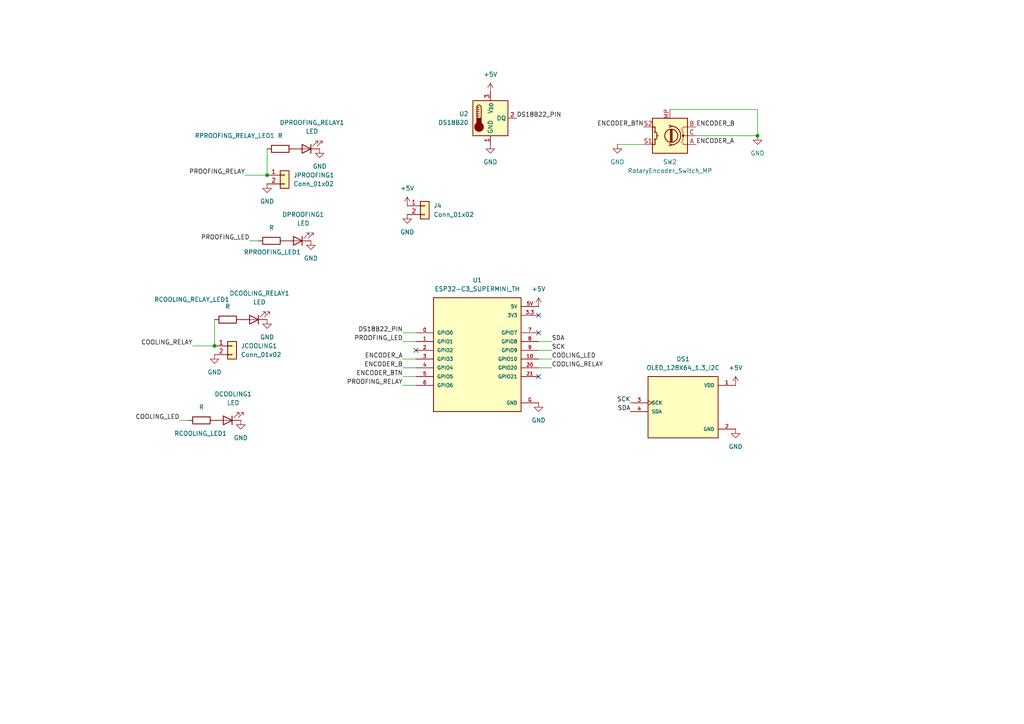
<source format=kicad_sch>
(kicad_sch (version 20250114) (generator "eeschema") (generator_version "9.0")
  (paper "A4")
  (lib_symbols
    (symbol "Conn_01x02_1" (pin_names (offset 1.016) (hide yes))
      (property "Reference" "J4" (at 2.54 0.0001 0))
      (property "Value" "Conn_01x02" (at 2.54 -2.5399 0))
      (symbol "Conn_01x02_1_1_1"
        (rectangle (start -1.27 1.27) (end 1.27 -3.81) (stroke (width 0.254)) (fill (type background)))
        (rectangle (start -1.27 0.127) (end 0 -0.127) (stroke (width 0.1524)))
        (rectangle (start -1.27 -2.413) (end 0 -2.667) (stroke (width 0.1524)))
        (pin power_out line (at -5.08 0 0) (length 3.81) (name "5V") (number "1"))
        (pin power_out line (at -5.08 -2.54 0) (length 3.81) (name "GND") (number "2"))
      )
    )
    (symbol "Connector_Generic:Conn_01x02" (pin_names (offset 1.016) (hide yes))
      (property "Reference" "J" (at 0 2.54 0))
      (property "Value" "Conn_01x02" (at 0 -5.08 0))
      (symbol "Conn_01x02_1_1"
        (rectangle (start -1.27 1.27) (end 1.27 -3.81) (stroke (width 0.254)) (fill (type background)))
        (rectangle (start -1.27 0.127) (end 0 -0.127) (stroke (width 0.1524)))
        (rectangle (start -1.27 -2.413) (end 0 -2.667) (stroke (width 0.1524)))
        (pin passive line (at -5.08 0 0) (length 3.81) (name "Pin_1") (number "1"))
        (pin passive line (at -5.08 -2.54 0) (length 3.81) (name "Pin_2") (number "2"))
      )
    )
    (symbol "Device:LED" (pin_numbers (hide yes)) (pin_names (offset 1.016) (hide yes))
      (property "Reference" "D" (at 0 2.54 0))
      (property "Value" "LED" (at 0 -2.54 0))
      (symbol "LED_0_1"
        (polyline (pts (xy -3.048 -0.762) (xy -4.572 -2.286) (xy -3.81 -2.286) (xy -4.572 -2.286) (xy -4.572 -1.524)))
        (polyline (pts (xy -1.778 -0.762) (xy -3.302 -2.286) (xy -2.54 -2.286) (xy -3.302 -2.286) (xy -3.302 -1.524)))
        (polyline (pts (xy -1.27 0) (xy 1.27 0)))
        (polyline (pts (xy -1.27 -1.27) (xy -1.27 1.27)) (stroke (width 0.254)))
        (polyline (pts (xy 1.27 -1.27) (xy 1.27 1.27) (xy -1.27 0) (xy 1.27 -1.27)) (stroke (width 0.254)))
      )
      (symbol "LED_1_1"
        (pin passive line (at -3.81 0 0) (length 2.54) (name "K") (number "1"))
        (pin passive line (at 3.81 0 180) (length 2.54) (name "A") (number "2"))
      )
    )
    (symbol "Device:R" (pin_numbers (hide yes)) (pin_names (offset 0))
      (property "Reference" "R" (at 2.032 0 90))
      (property "Value" "R" (at 0 0 90))
      (symbol "R_0_1"
        (rectangle (start -1.016 -2.54) (end 1.016 2.54) (stroke (width 0.254)))
      )
      (symbol "R_1_1"
        (pin passive line (at 0 3.81 270) (length 1.27) (name "~") (number "1"))
        (pin passive line (at 0 -3.81 90) (length 1.27) (name "~") (number "2"))
      )
    )
    (symbol "Device:RotaryEncoder_Switch_MP" (pin_names (offset 0.254) (hide yes))
      (property "Reference" "SW" (at 0 8.89 0))
      (property "Value" "RotaryEncoder_Switch_MP" (at 0 6.35 0))
      (symbol "RotaryEncoder_Switch_MP_0_1"
        (rectangle (start -5.08 5.08) (end 5.08 -5.08) (stroke (width 0.254)) (fill (type background)))
        (polyline (pts (xy -5.08 2.54) (xy -3.81 2.54) (xy -3.81 2.032)))
        (polyline (pts (xy -5.08 0) (xy -3.81 0) (xy -3.81 -1.016) (xy -3.302 -2.032)))
        (polyline (pts (xy -5.08 -2.54) (xy -3.81 -2.54) (xy -3.81 -2.032)))
        (polyline (pts (xy -4.318 0) (xy -3.81 0) (xy -3.81 1.016) (xy -3.302 2.032)))
        (circle (center -3.81 0) (radius 0.254) (fill (type outline)))
        (polyline (pts (xy -0.635 -1.778) (xy -0.635 1.778)) (stroke (width 0.254)))
        (circle (center -0.381 0) (radius 1.905) (stroke (width 0.254)))
        (polyline (pts (xy -0.381 -1.778) (xy -0.381 1.778)) (stroke (width 0.254)))
        (arc (start -0.381 -2.794) (mid -3.0988 -0.0635) (end -0.381 2.667) (stroke (width 0.254)))
        (polyline (pts (xy -0.127 1.778) (xy -0.127 -1.778)) (stroke (width 0.254)))
        (polyline (pts (xy 0.254 2.921) (xy -0.508 2.667) (xy 0.127 2.286)) (stroke (width 0.254)))
        (polyline (pts (xy 0.254 -3.048) (xy -0.508 -2.794) (xy 0.127 -2.413)) (stroke (width 0.254)))
        (polyline (pts (xy 3.81 1.016) (xy 3.81 -1.016)) (stroke (width 0.254)))
        (polyline (pts (xy 3.81 0) (xy 3.429 0)) (stroke (width 0.254)))
        (circle (center 4.318 1.016) (radius 0.127) (stroke (width 0.254)))
        (circle (center 4.318 -1.016) (radius 0.127) (stroke (width 0.254)))
        (polyline (pts (xy 5.08 2.54) (xy 4.318 2.54) (xy 4.318 1.016)) (stroke (width 0.254)))
        (polyline (pts (xy 5.08 -2.54) (xy 4.318 -2.54) (xy 4.318 -1.016)) (stroke (width 0.254)))
      )
      (symbol "RotaryEncoder_Switch_MP_1_1"
        (pin passive line (at -7.62 2.54 0) (length 2.54) (name "A") (number "A"))
        (pin passive line (at -7.62 0 0) (length 2.54) (name "C") (number "C"))
        (pin passive line (at -7.62 -2.54 0) (length 2.54) (name "B") (number "B"))
        (pin passive line (at 0 -7.62 90) (length 2.54) (name "MP") (number "MP"))
        (pin passive line (at 7.62 2.54 180) (length 2.54) (name "S1") (number "S1"))
        (pin passive line (at 7.62 -2.54 180) (length 2.54) (name "S2") (number "S2"))
      )
    )
    (symbol "Sensor_Temperature:DS18B20"
      (property "Reference" "U" (at -3.81 6.35 0))
      (property "Value" "DS18B20" (at 6.35 6.35 0))
      (symbol "DS18B20_0_1"
        (rectangle (start -5.08 5.08) (end 5.08 -5.08) (stroke (width 0.254)) (fill (type background)))
        (polyline (pts (xy -3.937 3.175) (xy -3.937 0)) (stroke (width 0.254)))
        (polyline (pts (xy -3.937 3.175) (xy -3.302 3.175)) (stroke (width 0.254)))
        (polyline (pts (xy -3.937 2.54) (xy -3.302 2.54)) (stroke (width 0.254)))
        (polyline (pts (xy -3.937 1.905) (xy -3.302 1.905)) (stroke (width 0.254)))
        (polyline (pts (xy -3.937 1.27) (xy -3.302 1.27)) (stroke (width 0.254)))
        (polyline (pts (xy -3.937 0.635) (xy -3.302 0.635)) (stroke (width 0.254)))
        (arc (start -3.937 3.175) (mid -3.302 3.8073) (end -2.667 3.175) (stroke (width 0.254)))
        (circle (center -3.302 -2.54) (radius 1.27) (stroke (width 0.254)) (fill (type outline)))
        (polyline (pts (xy -2.667 3.175) (xy -2.667 0)) (stroke (width 0.254)))
        (rectangle (start -2.667 -1.905) (end -3.937 0) (stroke (width 0.254)) (fill (type outline)))
      )
      (symbol "DS18B20_1_1"
        (pin power_in line (at 0 7.62 270) (length 2.54) (name "V_{DD}") (number "3"))
        (pin power_in line (at 0 -7.62 90) (length 2.54) (name "GND") (number "1"))
        (pin bidirectional line (at 7.62 0 180) (length 2.54) (name "DQ") (number "2"))
      )
    )
    (symbol "esp32-c3 supermini:ESP32-C3_SUPERMINI_TH" (pin_names (offset 1.016))
      (property "Reference" "U" (at -12.7 16.002 0))
      (property "Value" "ESP32-C3_SUPERMINI_TH" (at -12.7 -20.32 0))
      (symbol "ESP32-C3_SUPERMINI_TH_0_0"
        (rectangle (start -12.7 -17.78) (end 12.7 15.24) (stroke (width 0.254)) (fill (type background)))
        (pin bidirectional line (at -17.78 5.08 0) (length 5.08) (name "GPIO0") (number "0"))
        (pin bidirectional line (at -17.78 2.54 0) (length 5.08) (name "GPIO1") (number "1"))
        (pin bidirectional line (at -17.78 0 0) (length 5.08) (name "GPIO2") (number "2"))
        (pin bidirectional line (at -17.78 -2.54 0) (length 5.08) (name "GPIO3") (number "3"))
        (pin bidirectional line (at -17.78 -5.08 0) (length 5.08) (name "GPIO4") (number "4"))
        (pin bidirectional line (at -17.78 -7.62 0) (length 5.08) (name "GPIO5") (number "5"))
        (pin bidirectional line (at -17.78 -10.16 0) (length 5.08) (name "GPIO6") (number "6"))
        (pin power_in line (at 17.78 12.7 180) (length 5.08) (name "5V") (number "5V"))
        (pin power_in line (at 17.78 10.16 180) (length 5.08) (name "3V3") (number "3.3"))
        (pin bidirectional line (at 17.78 5.08 180) (length 5.08) (name "GPIO7") (number "7"))
        (pin bidirectional line (at 17.78 2.54 180) (length 5.08) (name "GPIO8") (number "8"))
        (pin bidirectional line (at 17.78 0 180) (length 5.08) (name "GPIO9") (number "9"))
        (pin bidirectional line (at 17.78 -2.54 180) (length 5.08) (name "GPIO10") (number "10"))
        (pin bidirectional line (at 17.78 -5.08 180) (length 5.08) (name "GPIO20") (number "20"))
        (pin bidirectional line (at 17.78 -7.62 180) (length 5.08) (name "GPIO21") (number "21"))
        (pin power_in line (at 17.78 -15.24 180) (length 5.08) (name "GND") (number "G"))
      )
    )
    (symbol "oled:OLED_128X64_1.3_I2C" (pin_names (offset 1.016))
      (property "Reference" "DS" (at -10.16 10.922 0))
      (property "Value" "OLED_128X64_1.3_I2C" (at -10.16 -10.16 0))
      (symbol "OLED_128X64_1.3_I2C_0_0"
        (rectangle (start -10.16 -7.62) (end 10.16 10.16) (stroke (width 0.254)) (fill (type background)))
        (pin input clock (at -15.24 2.54 0) (length 5.08) (name "SCK") (number "3"))
        (pin bidirectional line (at -15.24 0 0) (length 5.08) (name "SDA") (number "4"))
        (pin power_in line (at 15.24 7.62 180) (length 5.08) (name "VDD") (number "1"))
        (pin power_in line (at 15.24 -5.08 180) (length 5.08) (name "GND") (number "2"))
      )
    )
    (symbol "power:+5V" (power) (pin_numbers (hide yes)) (pin_names (offset 0) (hide yes))
      (property "Value" "+5V" (at 0 3.556 0))
      (symbol "+5V_0_1"
        (polyline (pts (xy -0.762 1.27) (xy 0 2.54)))
        (polyline (pts (xy 0 2.54) (xy 0.762 1.27)))
        (polyline (pts (xy 0 0) (xy 0 2.54)))
      )
      (symbol "+5V_1_1"
        (pin power_in line (at 0 0 90) (length 0) (name "~") (number "1"))
      )
    )
    (symbol "power:GND" (power) (pin_numbers (hide yes)) (pin_names (offset 0) (hide yes))
      (property "Value" "GND" (at 0 -3.81 0))
      (symbol "GND_0_1"
        (polyline (pts (xy 0 0) (xy 0 -1.27) (xy 1.27 -1.27) (xy 0 -2.54) (xy -1.27 -1.27) (xy 0 -1.27)))
      )
      (symbol "GND_1_1"
        (pin power_in line (at 0 0 270) (length 0) (name "~") (number "1"))
      )
    )
  )
  (junction (at 219.71 39.37))
  (junction (at 77.47 50.8))
  (junction (at 62.23 100.33))
  (no_connect (at 156.21 91.44))
  (no_connect (at 156.21 109.22))
  (no_connect (at 120.65 101.6))
  (no_connect (at 156.21 96.52))
  (wire (pts (xy 160.02 99.06) (xy 156.21 99.06)))
  (wire (pts (xy 201.93 39.37) (xy 219.71 39.37)))
  (wire (pts (xy 116.84 99.06) (xy 120.65 99.06)))
  (wire (pts (xy 194.31 31.75) (xy 219.71 31.75)))
  (wire (pts (xy 156.21 106.68) (xy 160.02 106.68)))
  (wire (pts (xy 116.84 104.14) (xy 120.65 104.14)))
  (wire (pts (xy 71.12 50.8) (xy 77.47 50.8)))
  (wire (pts (xy 77.47 43.18) (xy 77.47 50.8)))
  (wire (pts (xy 116.84 106.68) (xy 120.65 106.68)))
  (wire (pts (xy 160.02 104.14) (xy 156.21 104.14)))
  (wire (pts (xy 116.84 111.76) (xy 120.65 111.76)))
  (wire (pts (xy 72.39 69.85) (xy 74.93 69.85)))
  (wire (pts (xy 116.84 96.52) (xy 120.65 96.52)))
  (wire (pts (xy 179.07 41.91) (xy 186.69 41.91)))
  (wire (pts (xy 219.71 31.75) (xy 219.71 39.37)))
  (wire (pts (xy 160.02 101.6) (xy 156.21 101.6)))
  (wire (pts (xy 52.07 121.92) (xy 54.61 121.92)))
  (wire (pts (xy 55.88 100.33) (xy 62.23 100.33)))
  (wire (pts (xy 116.84 109.22) (xy 120.65 109.22)))
  (wire (pts (xy 62.23 92.71) (xy 62.23 100.33)))
  (label "PROOFING_LED" (at 72.39 69.85 180))
  (label "COOLING_LED" (at 52.07 121.92 180))
  (label "SDA" (at 160.02 99.06 0))
  (label "ENCODER_BTN" (at 186.69 36.83 180))
  (label "ENCODER_B" (at 201.93 36.83 0))
  (label "COOLING_RELAY" (at 160.02 106.68 0))
  (label "PROOFING_RELAY" (at 116.84 111.76 180))
  (label "COOLING_RELAY" (at 55.88 100.33 180))
  (label "SDA" (at 182.88 119.38 180))
  (label "PROOFING_LED" (at 116.84 99.06 180))
  (label "COOLING_LED" (at 160.02 104.14 0))
  (label "DS18B22_PIN" (at 149.86 34.29 0))
  (label "ENCODER_BTN" (at 116.84 109.22 180))
  (label "SCK" (at 182.88 116.84 180))
  (label "DS18B22_PIN" (at 116.84 96.52 180))
  (label "ENCODER_B" (at 116.84 106.68 180))
  (label "PROOFING_RELAY" (at 71.12 50.8 180))
  (label "ENCODER_A" (at 201.93 41.91 0))
  (label "SCK" (at 160.02 101.6 0))
  (label "ENCODER_A" (at 116.84 104.14 180))
  (symbol (lib_id "Sensor_Temperature:DS18B20") (at 142.24 34.29 0) (unit 1)
    (property "Reference" "U2" (at 135.89 33.0199 0) (effects (justify right)))
    (property "Value" "DS18B20" (at 135.89 35.5599 0) (effects (justify right)))
    (property "Footprint" "Package_TO_SOT_THT:TO-92_Inline" (effects (hide yes)))
    (property "Datasheet" "http://datasheets.maximintegrated.com/en/ds/DS18B20.pdf" (effects (hide yes)))
    (property "Description" "Programmable Resolution 1-Wire Digital Thermometer TO-92" (effects (hide yes)))
  )
  (symbol (lib_id "power:GND") (at 179.07 41.91 0) (unit 1)
    (property "Reference" "#PWR05" (effects (hide yes)))
    (property "Value" "GND" (at 179.07 46.99 0))
    (property "Description" "Power symbol creates a global label with name \"GND\" , ground" (effects (hide yes)))
  )
  (symbol (lib_id "Connector_Generic:Conn_01x02") (at 67.31 100.33 0) (unit 1)
    (property "Reference" "JCOOLING1" (at 69.85 100.3299 0) (effects (justify left)))
    (property "Value" "Conn_01x02" (at 69.85 102.8699 0) (effects (justify left)))
    (property "Footprint" "Connector_PinSocket_2.54mm:PinSocket_1x02_P2.54mm_Vertical" (effects (hide yes)))
    (property "Description" "Generic connector, single row, 01x02, script generated (kicad-library-utils/schlib/autogen/connector/)" (effects (hide yes)))
  )
  (symbol (lib_name "Conn_01x02_1") (lib_id "Connector_Generic:Conn_01x02") (at 123.19 59.69 0) (unit 1)
    (property "Reference" "J4" (at 125.73 59.6899 0) (effects (justify left)))
    (property "Value" "Conn_01x02" (at 125.73 62.2299 0) (effects (justify left)))
    (property "Footprint" "Connector_PinSocket_2.54mm:PinSocket_1x02_P2.54mm_Vertical" (effects (hide yes)))
    (property "Description" "Generic connector, single row, 01x02, script generated (kicad-library-utils/schlib/autogen/connector/)" (effects (hide yes)))
  )
  (symbol (lib_id "power:GND") (at 69.85 121.92 0) (unit 1)
    (property "Reference" "#PWR010" (effects (hide yes)))
    (property "Value" "GND" (at 69.85 127 0))
    (property "Description" "Power symbol creates a global label with name \"GND\" , ground" (effects (hide yes)))
  )
  (symbol (lib_id "Device:R") (at 81.28 43.18 270) (unit 1)
    (property "Reference" "RPROOFING_RELAY_LED1" (at 68.072 39.37 90))
    (property "Value" "R" (at 81.28 39.37 90))
    (property "Footprint" "Resistor_THT:R_Axial_DIN0207_L6.3mm_D2.5mm_P7.62mm_Horizontal" (effects (hide yes)))
    (property "Description" "Resistor" (effects (hide yes)))
  )
  (symbol (lib_id "Device:R") (at 58.42 121.92 270) (unit 1)
    (property "Reference" "RCOOLING_LED1" (at 58.166 125.73 90))
    (property "Value" "R" (at 58.42 118.11 90))
    (property "Footprint" "Resistor_THT:R_Axial_DIN0207_L6.3mm_D2.5mm_P7.62mm_Horizontal" (effects (hide yes)))
    (property "Description" "Resistor" (effects (hide yes)))
  )
  (symbol (lib_id "Device:LED") (at 88.9 43.18 180) (unit 1)
    (property "Reference" "DPROOFING_RELAY1" (at 90.4875 35.56 0))
    (property "Value" "LED" (at 90.4875 38.1 0))
    (property "Footprint" "LED_THT:LED_D3.0mm" (effects (hide yes)))
    (property "Description" "Light emitting diode" (effects (hide yes)))
    (property "Sim.Pins" "1=K 2=A" (effects (hide yes)))
  )
  (symbol (lib_id "power:+5V") (at 213.36 111.76 0) (unit 1)
    (property "Reference" "#PWR01" (effects (hide yes)))
    (property "Value" "+5V" (at 213.36 106.68 0))
    (property "Description" "Power symbol creates a global label with name \"+5V\"" (effects (hide yes)))
  )
  (symbol (lib_id "Connector_Generic:Conn_01x02") (at 82.55 50.8 0) (unit 1)
    (property "Reference" "JPROOFING1" (at 85.09 50.7999 0) (effects (justify left)))
    (property "Value" "Conn_01x02" (at 85.09 53.3399 0) (effects (justify left)))
    (property "Footprint" "Connector_PinSocket_2.54mm:PinSocket_1x02_P2.54mm_Vertical" (effects (hide yes)))
    (property "Description" "Generic connector, single row, 01x02, script generated (kicad-library-utils/schlib/autogen/connector/)" (effects (hide yes)))
  )
  (symbol (lib_id "power:GND") (at 62.23 102.87 0) (unit 1)
    (property "Reference" "#PWR09" (effects (hide yes)))
    (property "Value" "GND" (at 62.23 107.95 0))
    (property "Description" "Power symbol creates a global label with name \"GND\" , ground" (effects (hide yes)))
  )
  (symbol (lib_id "power:GND") (at 219.71 39.37 0) (unit 1)
    (property "Reference" "#PWR06" (effects (hide yes)))
    (property "Value" "GND" (at 219.71 44.45 0))
    (property "Description" "Power symbol creates a global label with name \"GND\" , ground" (effects (hide yes)))
  )
  (symbol (lib_id "power:GND") (at 213.36 124.46 0) (unit 1)
    (property "Reference" "#PWR02" (effects (hide yes)))
    (property "Value" "GND" (at 213.36 129.54 0))
    (property "Description" "Power symbol creates a global label with name \"GND\" , ground" (effects (hide yes)))
  )
  (symbol (lib_id "Device:RotaryEncoder_Switch_MP") (at 194.31 39.37 180) (unit 1)
    (property "Reference" "SW2" (at 194.31 46.99 0))
    (property "Value" "RotaryEncoder_Switch_MP" (at 194.31 49.53 0))
    (property "Footprint" "Rotary_Encoder:RotaryEncoder_Alps_EC11E-Switch_Vertical_H20mm" (effects (hide yes)))
    (property "Description" "Rotary encoder, dual channel, incremental quadrate outputs, with switch and MP Pin" (effects (hide yes)))
  )
  (symbol (lib_id "esp32-c3 supermini:ESP32-C3_SUPERMINI_TH") (at 138.43 101.6 0) (unit 1)
    (property "Reference" "U1" (at 138.43 81.28 0))
    (property "Value" "ESP32-C3_SUPERMINI_TH" (at 138.43 83.82 0))
    (property "Footprint" "esp32-c3 supermini:MODULE_ESP32-C3_SUPERMINI_TH" (effects (hide yes)))
    (property "MF" "Espressif Systems" (effects (hide yes)))
    (property "Description_1" "Super tiny ESP32-C3 board" (effects (hide yes)))
    (property "CREATOR" "DIZAR" (effects (hide yes)))
    (property "Price" "None" (effects (hide yes)))
    (property "Package" "Package" (effects (hide yes)))
    (property "Check_prices" "https://www.snapeda.com/parts/ESP32-C3%20SuperMini_TH/Espressif+Systems/view-part/?ref=eda" (effects (hide yes)))
    (property "STANDARD" "IPC-7351B" (effects (hide yes)))
    (property "SnapEDA_Link" "https://www.snapeda.com/parts/ESP32-C3%20SuperMini_TH/Espressif+Systems/view-part/?ref=snap" (effects (hide yes)))
    (property "MP" "ESP32-C3 SuperMini_TH" (effects (hide yes)))
    (property "Availability" "Not in stock" (effects (hide yes)))
    (property "MANUFACTURER" "Espressif Systems" (effects (hide yes)))
  )
  (symbol (lib_id "Device:LED") (at 66.04 121.92 180) (unit 1)
    (property "Reference" "DCOOLING1" (at 67.6275 114.3 0))
    (property "Value" "LED" (at 67.6275 116.84 0))
    (property "Footprint" "LED_THT:LED_D3.0mm" (effects (hide yes)))
    (property "Description" "Light emitting diode" (effects (hide yes)))
    (property "Sim.Pins" "1=K 2=A" (effects (hide yes)))
  )
  (symbol (lib_id "power:GND") (at 118.11 62.23 0) (unit 1)
    (property "Reference" "#PWR016" (effects (hide yes)))
    (property "Value" "GND" (at 118.11 67.31 0))
    (property "Description" "Power symbol creates a global label with name \"GND\" , ground" (effects (hide yes)))
  )
  (symbol (lib_id "power:GND") (at 92.71 43.18 0) (unit 1)
    (property "Reference" "#PWR012" (effects (hide yes)))
    (property "Value" "GND" (at 92.71 48.26 0))
    (property "Description" "Power symbol creates a global label with name \"GND\" , ground" (effects (hide yes)))
  )
  (symbol (lib_id "Device:R") (at 78.74 69.85 270) (unit 1)
    (property "Reference" "RPROOFING_LED1" (at 78.994 73.152 90))
    (property "Value" "R" (at 78.74 66.04 90))
    (property "Footprint" "Resistor_THT:R_Axial_DIN0207_L6.3mm_D2.5mm_P7.62mm_Horizontal" (effects (hide yes)))
    (property "Description" "Resistor" (effects (hide yes)))
  )
  (symbol (lib_id "power:GND") (at 77.47 53.34 0) (unit 1)
    (property "Reference" "#PWR08" (effects (hide yes)))
    (property "Value" "GND" (at 77.47 58.42 0))
    (property "Description" "Power symbol creates a global label with name \"GND\" , ground" (effects (hide yes)))
  )
  (symbol (lib_id "Device:R") (at 66.04 92.71 270) (unit 1)
    (property "Reference" "RCOOLING_RELAY_LED1" (at 55.626 86.868 90))
    (property "Value" "R" (at 66.04 88.9 90))
    (property "Footprint" "Resistor_THT:R_Axial_DIN0207_L6.3mm_D2.5mm_P7.62mm_Horizontal" (effects (hide yes)))
    (property "Description" "Resistor" (effects (hide yes)))
  )
  (symbol (lib_id "power:+5V") (at 118.11 59.69 0) (unit 1)
    (property "Reference" "#PWR03" (effects (hide yes)))
    (property "Value" "+5V" (at 118.11 54.61 0))
    (property "Description" "Power symbol creates a global label with name \"+5V\"" (effects (hide yes)))
  )
  (symbol (lib_id "power:GND") (at 90.17 69.85 0) (unit 1)
    (property "Reference" "#PWR011" (effects (hide yes)))
    (property "Value" "GND" (at 90.17 74.93 0))
    (property "Description" "Power symbol creates a global label with name \"GND\" , ground" (effects (hide yes)))
  )
  (symbol (lib_id "power:GND") (at 142.24 41.91 0) (unit 1)
    (property "Reference" "#PWR015" (effects (hide yes)))
    (property "Value" "GND" (at 142.24 46.99 0))
    (property "Description" "Power symbol creates a global label with name \"GND\" , ground" (effects (hide yes)))
  )
  (symbol (lib_id "power:GND") (at 77.47 92.71 0) (unit 1)
    (property "Reference" "#PWR013" (effects (hide yes)))
    (property "Value" "GND" (at 77.47 97.79 0))
    (property "Description" "Power symbol creates a global label with name \"GND\" , ground" (effects (hide yes)))
  )
  (symbol (lib_id "Device:LED") (at 73.66 92.71 180) (unit 1)
    (property "Reference" "DCOOLING_RELAY1" (at 75.2475 85.09 0))
    (property "Value" "LED" (at 75.2475 87.63 0))
    (property "Footprint" "LED_THT:LED_D3.0mm" (effects (hide yes)))
    (property "Description" "Light emitting diode" (effects (hide yes)))
    (property "Sim.Pins" "1=K 2=A" (effects (hide yes)))
  )
  (symbol (lib_id "power:GND") (at 156.21 116.84 0) (unit 1)
    (property "Reference" "#PWR07" (effects (hide yes)))
    (property "Value" "GND" (at 156.21 121.92 0))
    (property "Description" "Power symbol creates a global label with name \"GND\" , ground" (effects (hide yes)))
  )
  (symbol (lib_id "power:+5V") (at 156.21 88.9 0) (unit 1)
    (property "Reference" "#PWR04" (effects (hide yes)))
    (property "Value" "+5V" (at 156.21 83.82 0))
    (property "Description" "Power symbol creates a global label with name \"+5V\"" (effects (hide yes)))
  )
  (symbol (lib_id "Device:LED") (at 86.36 69.85 180) (unit 1)
    (property "Reference" "DPROOFING1" (at 87.9475 62.23 0))
    (property "Value" "LED" (at 87.9475 64.77 0))
    (property "Footprint" "LED_THT:LED_D3.0mm" (effects (hide yes)))
    (property "Description" "Light emitting diode" (effects (hide yes)))
    (property "Sim.Pins" "1=K 2=A" (effects (hide yes)))
  )
  (symbol (lib_id "power:+5V") (at 142.24 26.67 0) (unit 1)
    (property "Reference" "#PWR014" (effects (hide yes)))
    (property "Value" "+5V" (at 142.24 21.59 0))
    (property "Description" "Power symbol creates a global label with name \"+5V\"" (effects (hide yes)))
  )
  (symbol (lib_id "oled:OLED_128X64_1.3_I2C") (at 198.12 119.38 0) (unit 1)
    (property "Reference" "DS1" (at 198.12 104.14 0))
    (property "Value" "OLED_128X64_1.3_I2C" (at 198.12 106.68 0))
    (property "Footprint" "oled:LCD_OLED_128X64_1.3_I2C" (effects (hide yes)))
    (property "MF" "UNIVERSAL-SOLDER Electronics Ltd" (effects (hide yes)))
    (property "Description_1" "Non-Touch Graphic LCD Display Module Transmissive White OLED, Monochrome I2C 1.3 (33.02mm) 128 x 64" (effects (hide yes)))
    (property "Package" "None" (effects (hide yes)))
    (property "Price" "None" (effects (hide yes)))
    (property "Check_prices" "https://www.snapeda.com/parts/OLED%20128x64%201.3%22%20I2C/UNIVERSAL-SOLDER+Electronics+Ltd/view-part/?ref=eda" (effects (hide yes)))
    (property "STANDARD" "Manufacturer Recommendations" (effects (hide yes)))
    (property "PARTREV" "NA" (effects (hide yes)))
    (property "SnapEDA_Link" "https://www.snapeda.com/parts/OLED%20128x64%201.3%22%20I2C/UNIVERSAL-SOLDER+Electronics+Ltd/view-part/?ref=snap" (effects (hide yes)))
    (property "MP" "OLED 128x64 1.3&quot; I2C" (effects (hide yes)))
    (property "Availability" "Not in stock" (effects (hide yes)))
    (property "MANUFACTURER" "UNIVERSAL-SOLDER Electronics Ltd" (effects (hide yes)))
  )
)
</source>
